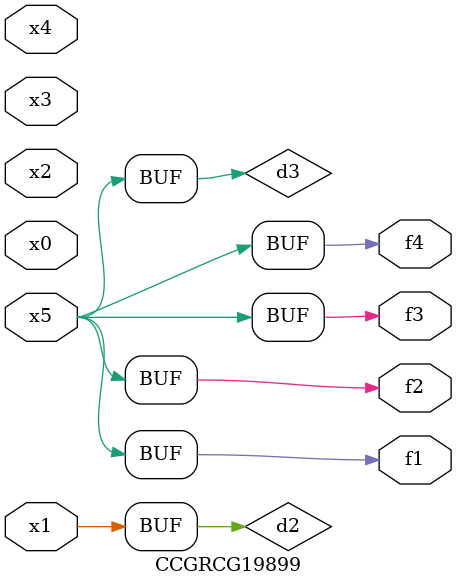
<source format=v>
module CCGRCG19899(
	input x0, x1, x2, x3, x4, x5,
	output f1, f2, f3, f4
);

	wire d1, d2, d3;

	not (d1, x5);
	or (d2, x1);
	xnor (d3, d1);
	assign f1 = d3;
	assign f2 = d3;
	assign f3 = d3;
	assign f4 = d3;
endmodule

</source>
